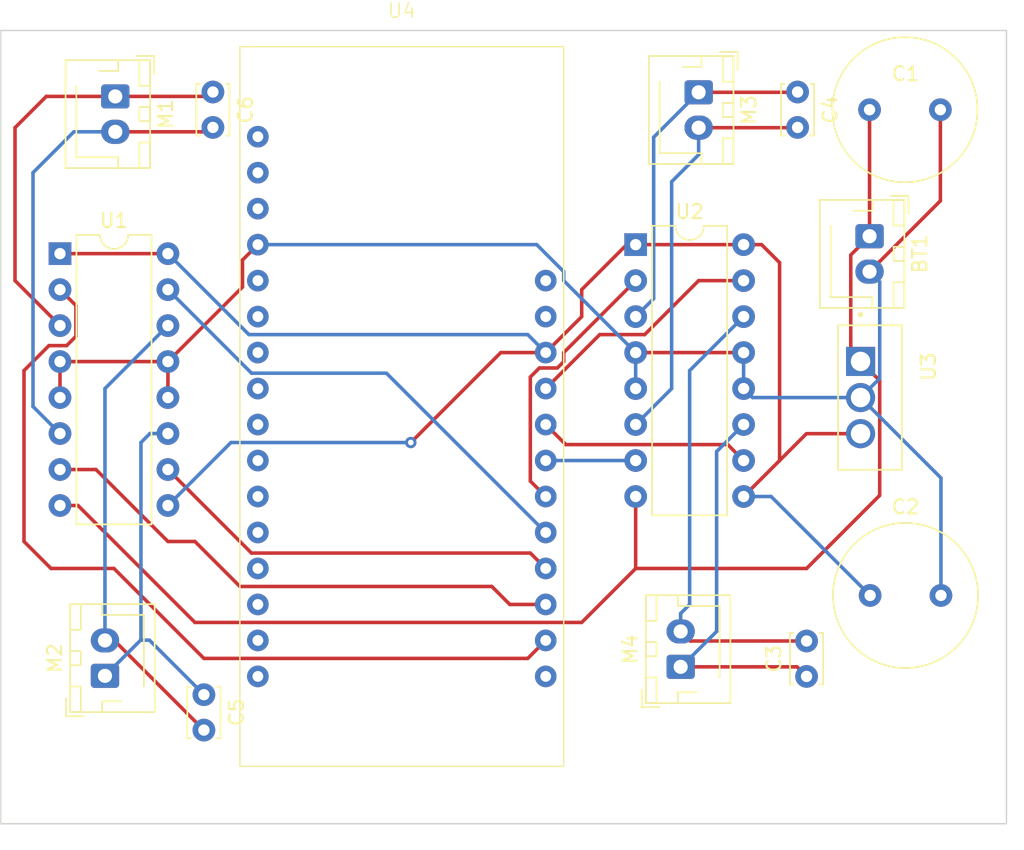
<source format=kicad_pcb>
(kicad_pcb (version 20221018) (generator pcbnew)
  (title_block (title "Robot Nav Cart PCB Design") (date "2024-05-28") (company "UAT.edu") (comment 4 "Matt Prater"))
  (layers (0 "F.Cu" signal) (31 "B.Cu" signal) (34 "B.Paste" user) (35 "F.Paste" user) (36 "B.SilkS" user "B.Silkscreen") (37 "F.SilkS" user "F.Silkscreen") (38 "B.Mask" user) (39 "F.Mask" user) (44 "Edge.Cuts" user))
  (net 0 "")
  (net 1 "Net-(BT1-+)")
  (net 2 "Net-(BT1--)")
  (net 3 "Net-(U1-EN1,2)")
  (net 4 "Net-(M4-+)")
  (net 5 "Net-(M4--)")
  (net 6 "Net-(M3-+)")
  (net 7 "Net-(M3--)")
  (net 8 "Net-(M2-+)")
  (net 9 "Net-(M2--)")
  (net 10 "Net-(M1-+)")
  (net 11 "Net-(M1--)")
  (net 12 "Net-(U1-1A)")
  (net 13 "Net-(U1-2A)")
  (net 14 "Net-(U1-3A)")
  (net 15 "Net-(U1-4A)")
  (net 16 "Net-(U2-1A)")
  (net 17 "Net-(U2-2A)")
  (net 18 "Net-(U2-3A)")
  (net 19 "Net-(U2-4A)")
  (footprint "Capacitor_THT:C_Disc_D3.4mm_W2.1mm_P2.50mm" (layer "F.Cu") (at 93.98 60.345 -90)
    (fp_text reference "C6" (at 1.25 -2.3 90) (layer "F.SilkS"))
    (fp_text value "0.1 uF")
    (fp_line (start -0.57 -1.17) (end -0.57 -0.925) (stroke (width 0.12)) (layer "F.SilkS"))
    (fp_line (start -0.57 -1.17) (end 3.07 -1.17) (stroke (width 0.12)) (layer "F.SilkS"))
    (fp_line (start -0.57 0.925) (end -0.57 1.17) (stroke (width 0.12)) (layer "F.SilkS"))
    (fp_line (start -0.57 1.17) (end 3.07 1.17) (stroke (width 0.12)) (layer "F.SilkS"))
    (fp_line (start 3.07 -1.17) (end 3.07 -0.925) (stroke (width 0.12)) (layer "F.SilkS"))
    (fp_line (start 3.07 0.925) (end 3.07 1.17) (stroke (width 0.12)) (layer "F.SilkS"))
    (pad "1" thru_hole circle (at 0 0 270) (size 1.6 1.6) (drill 0.8) (layers "*.Cu" "*.Mask") (net 10 "Net-(M1-+)"))
    (pad "2" thru_hole circle (at 2.5 0 270) (size 1.6 1.6) (drill 0.8) (layers "*.Cu" "*.Mask") (net 11 "Net-(M1--)"))
  )
  (footprint "Package_DIP:DIP-16_W7.62mm" (layer "F.Cu") (at 83.185 71.755)
    (fp_text reference "U1" (at 3.81 -2.33) (layer "F.SilkS"))
    (fp_text value "L293D Drive motor")
    (fp_line (start 1.16 -1.33) (end 1.16 19.11) (stroke (width 0.12)) (layer "F.SilkS"))
    (fp_line (start 1.16 19.11) (end 6.46 19.11) (stroke (width 0.12)) (layer "F.SilkS"))
    (fp_line (start 2.81 -1.33) (end 1.16 -1.33) (stroke (width 0.12)) (layer "F.SilkS"))
    (fp_line (start 6.46 -1.33) (end 4.81 -1.33) (stroke (width 0.12)) (layer "F.SilkS"))
    (fp_line (start 6.46 19.11) (end 6.46 -1.33) (stroke (width 0.12)) (layer "F.SilkS"))
    (fp_arc (start 4.81 -1.33) (mid 3.81 -0.33) (end 2.81 -1.33) (stroke (width 0.12)) (layer "F.SilkS"))
    (pad "1" thru_hole rect (at 0 0) (size 1.6 1.6) (drill 0.8) (layers "*.Cu" "*.Mask") (net 3 "Net-(U1-EN1,2)"))
    (pad "2" thru_hole oval (at 0 2.54) (size 1.6 1.6) (drill 0.8) (layers "*.Cu" "*.Mask") (net 12 "Net-(U1-1A)"))
    (pad "3" thru_hole oval (at 0 5.08) (size 1.6 1.6) (drill 0.8) (layers "*.Cu" "*.Mask") (net 10 "Net-(M1-+)"))
    (pad "4" thru_hole oval (at 0 7.62) (size 1.6 1.6) (drill 0.8) (layers "*.Cu" "*.Mask") (net 2 "Net-(BT1--)"))
    (pad "5" thru_hole oval (at 0 10.16) (size 1.6 1.6) (drill 0.8) (layers "*.Cu" "*.Mask") (net 2 "Net-(BT1--)"))
    (pad "6" thru_hole oval (at 0 12.7) (size 1.6 1.6) (drill 0.8) (layers "*.Cu" "*.Mask") (net 11 "Net-(M1--)"))
    (pad "7" thru_hole oval (at 0 15.24) (size 1.6 1.6) (drill 0.8) (layers "*.Cu" "*.Mask") (net 13 "Net-(U1-2A)"))
    (pad "8" thru_hole oval (at 0 17.78) (size 1.6 1.6) (drill 0.8) (layers "*.Cu" "*.Mask") (net 1 "Net-(BT1-+)"))
    (pad "9" thru_hole oval (at 7.62 17.78) (size 1.6 1.6) (drill 0.8) (layers "*.Cu" "*.Mask") (net 3 "Net-(U1-EN1,2)"))
    (pad "10" thru_hole oval (at 7.62 15.24) (size 1.6 1.6) (drill 0.8) (layers "*.Cu" "*.Mask") (net 14 "Net-(U1-3A)"))
    (pad "11" thru_hole oval (at 7.62 12.7) (size 1.6 1.6) (drill 0.8) (layers "*.Cu" "*.Mask") (net 8 "Net-(M2-+)"))
    (pad "12" thru_hole oval (at 7.62 10.16) (size 1.6 1.6) (drill 0.8) (layers "*.Cu" "*.Mask") (net 2 "Net-(BT1--)"))
    (pad "13" thru_hole oval (at 7.62 7.62) (size 1.6 1.6) (drill 0.8) (layers "*.Cu" "*.Mask") (net 2 "Net-(BT1--)"))
    (pad "14" thru_hole oval (at 7.62 5.08) (size 1.6 1.6) (drill 0.8) (layers "*.Cu" "*.Mask") (net 9 "Net-(M2--)"))
    (pad "15" thru_hole oval (at 7.62 2.54) (size 1.6 1.6) (drill 0.8) (layers "*.Cu" "*.Mask") (net 15 "Net-(U1-4A)"))
    (pad "16" thru_hole oval (at 7.62 0) (size 1.6 1.6) (drill 0.8) (layers "*.Cu" "*.Mask") (net 3 "Net-(U1-EN1,2)"))
  )
  (footprint "Connector_JST:JST_XH_B2B-XH-AM_1x02_P2.50mm_Vertical" (layer "F.Cu") (at 86.36 101.56 90)
    (fp_text reference "M2" (at 1.25 -3.55 90) (layer "F.SilkS"))
    (fp_text value "right drive")
    (fp_line (start -2.85 -2.75) (end -2.85 -1.5) (stroke (width 0.12)) (layer "F.SilkS"))
    (fp_line (start -2.56 -2.46) (end -2.56 3.51) (stroke (width 0.12)) (layer "F.SilkS"))
    (fp_line (start -2.56 3.51) (end 5.06 3.51) (stroke (width 0.12)) (layer "F.SilkS"))
    (fp_line (start -2.55 -2.45) (end -2.55 -1.7) (stroke (width 0.12)) (layer "F.SilkS"))
    (fp_line (start -2.55 -1.7) (end -0.75 -1.7) (stroke (width 0.12)) (layer "F.SilkS"))
    (fp_line (start -2.55 -0.2) (end -1.8 -0.2) (stroke (width 0.12)) (layer "F.SilkS"))
    (fp_line (start -1.8 -0.2) (end -1.8 1.14) (stroke (width 0.12)) (layer "F.SilkS"))
    (fp_line (start -1.6 -2.75) (end -2.85 -2.75) (stroke (width 0.12)) (layer "F.SilkS"))
    (fp_line (start -0.75 -2.45) (end -2.55 -2.45) (stroke (width 0.12)) (layer "F.SilkS"))
    (fp_line (start -0.75 -1.7) (end -0.75 -2.45) (stroke (width 0.12)) (layer "F.SilkS"))
    (fp_line (start 0.75 -2.45) (end 0.75 -1.7) (stroke (width 0.12)) (layer "F.SilkS"))
    (fp_line (start 0.75 -1.7) (end 1.75 -1.7) (stroke (width 0.12)) (layer "F.SilkS"))
    (fp_line (start 1.25 2.75) (end -0.74 2.75) (stroke (width 0.12)) (layer "F.SilkS"))
    (fp_line (start 1.75 -2.45) (end 0.75 -2.45) (stroke (width 0.12)) (layer "F.SilkS"))
    (fp_line (start 1.75 -1.7) (end 1.75 -2.45) (stroke (width 0.12)) (layer "F.SilkS"))
    (fp_line (start 3.25 -2.45) (end 3.25 -1.7) (stroke (width 0.12)) (layer "F.SilkS"))
    (fp_line (start 3.25 -1.7) (end 5.05 -1.7) (stroke (width 0.12)) (layer "F.SilkS"))
    (fp_line (start 4.3 -0.2) (end 4.3 2.75) (stroke (width 0.12)) (layer "F.SilkS"))
    (fp_line (start 4.3 2.75) (end 1.25 2.75) (stroke (width 0.12)) (layer "F.SilkS"))
    (fp_line (start 5.05 -2.45) (end 3.25 -2.45) (stroke (width 0.12)) (layer "F.SilkS"))
    (fp_line (start 5.05 -1.7) (end 5.05 -2.45) (stroke (width 0.12)) (layer "F.SilkS"))
    (fp_line (start 5.05 -0.2) (end 4.3 -0.2) (stroke (width 0.12)) (layer "F.SilkS"))
    (fp_line (start 5.06 -2.46) (end -2.56 -2.46) (stroke (width 0.12)) (layer "F.SilkS"))
    (fp_line (start 5.06 3.51) (end 5.06 -2.46) (stroke (width 0.12)) (layer "F.SilkS"))
    (pad "" np_thru_hole circle (at -1.6 2 90) (size 1.2 1.2) (drill 1.2) (layers "*.Cu" "*.Mask"))
    (pad "1" thru_hole roundrect (at 0 0 90) (size 1.7 2) (drill 1) (layers "*.Cu" "*.Mask") (roundrect_rratio 0.147059) (net 8 "Net-(M2-+)"))
    (pad "2" thru_hole oval (at 2.5 0 90) (size 1.7 2) (drill 1) (layers "*.Cu" "*.Mask") (net 9 "Net-(M2--)"))
  )
  (footprint "Connector_JST:JST_XH_B2B-XH-AM_1x02_P2.50mm_Vertical" (layer "F.Cu") (at 140.335 70.525 -90)
    (fp_text reference "BT1" (at 1.25 -3.55 -270) (layer "F.SilkS"))
    (fp_text value "9V 6-cell battery")
    (fp_line (start -2.85 -2.75) (end -2.85 -1.5) (stroke (width 0.12)) (layer "F.SilkS"))
    (fp_line (start -2.56 -2.46) (end -2.56 3.51) (stroke (width 0.12)) (layer "F.SilkS"))
    (fp_line (start -2.56 3.51) (end 5.06 3.51) (stroke (width 0.12)) (layer "F.SilkS"))
    (fp_line (start -2.55 -2.45) (end -2.55 -1.7) (stroke (width 0.12)) (layer "F.SilkS"))
    (fp_line (start -2.55 -1.7) (end -0.75 -1.7) (stroke (width 0.12)) (layer "F.SilkS"))
    (fp_line (start -2.55 -0.2) (end -1.8 -0.2) (stroke (width 0.12)) (layer "F.SilkS"))
    (fp_line (start -1.8 -0.2) (end -1.8 1.14) (stroke (width 0.12)) (layer "F.SilkS"))
    (fp_line (start -1.6 -2.75) (end -2.85 -2.75) (stroke (width 0.12)) (layer "F.SilkS"))
    (fp_line (start -0.75 -2.45) (end -2.55 -2.45) (stroke (width 0.12)) (layer "F.SilkS"))
    (fp_line (start -0.75 -1.7) (end -0.75 -2.45) (stroke (width 0.12)) (layer "F.SilkS"))
    (fp_line (start 0.75 -2.45) (end 0.75 -1.7) (stroke (width 0.12)) (layer "F.SilkS"))
    (fp_line (start 0.75 -1.7) (end 1.75 -1.7) (stroke (width 0.12)) (layer "F.SilkS"))
    (fp_line (start 1.25 2.75) (end -0.74 2.75) (stroke (width 0.12)) (layer "F.SilkS"))
    (fp_line (start 1.75 -2.45) (end 0.75 -2.45) (stroke (width 0.12)) (layer "F.SilkS"))
    (fp_line (start 1.75 -1.7) (end 1.75 -2.45) (stroke (width 0.12)) (layer "F.SilkS"))
    (fp_line (start 3.25 -2.45) (end 3.25 -1.7) (stroke (width 0.12)) (layer "F.SilkS"))
    (fp_line (start 3.25 -1.7) (end 5.05 -1.7) (stroke (width 0.12)) (layer "F.SilkS"))
    (fp_line (start 4.3 -0.2) (end 4.3 2.75) (stroke (width 0.12)) (layer "F.SilkS"))
    (fp_line (start 4.3 2.75) (end 1.25 2.75) (stroke (width 0.12)) (layer "F.SilkS"))
    (fp_line (start 5.05 -2.45) (end 3.25 -2.45) (stroke (width 0.12)) (layer "F.SilkS"))
    (fp_line (start 5.05 -1.7) (end 5.05 -2.45) (stroke (width 0.12)) (layer "F.SilkS"))
    (fp_line (start 5.05 -0.2) (end 4.3 -0.2) (stroke (width 0.12)) (layer "F.SilkS"))
    (fp_line (start 5.06 -2.46) (end -2.56 -2.46) (stroke (width 0.12)) (layer "F.SilkS"))
    (fp_line (start 5.06 3.51) (end 5.06 -2.46) (stroke (width 0.12)) (layer "F.SilkS"))
    (pad "" np_thru_hole circle (at -1.6 2 270) (size 1.2 1.2) (drill 1.2) (layers "*.Cu" "*.Mask"))
    (pad "1" thru_hole roundrect (at 0 0 270) (size 1.7 2) (drill 1) (layers "*.Cu" "*.Mask") (roundrect_rratio 0.147059) (net 1 "Net-(BT1-+)"))
    (pad "2" thru_hole oval (at 2.5 0 270) (size 1.7 2) (drill 1) (layers "*.Cu" "*.Mask") (net 2 "Net-(BT1--)"))
  )
  (footprint "Connector_JST:JST_XH_B2B-XH-AM_1x02_P2.50mm_Vertical" (layer "F.Cu") (at 87.09 60.655 -90)
    (fp_text reference "M1" (at 1.25 -3.55 90) (layer "F.SilkS"))
    (fp_text value "left drive")
    (fp_line (start -2.85 -2.75) (end -2.85 -1.5) (stroke (width 0.12)) (layer "F.SilkS"))
    (fp_line (start -2.56 -2.46) (end -2.56 3.51) (stroke (width 0.12)) (layer "F.SilkS"))
    (fp_line (start -2.56 3.51) (end 5.06 3.51) (stroke (width 0.12)) (layer "F.SilkS"))
    (fp_line (start -2.55 -2.45) (end -2.55 -1.7) (stroke (width 0.12)) (layer "F.SilkS"))
    (fp_line (start -2.55 -1.7) (end -0.75 -1.7) (stroke (width 0.12)) (layer "F.SilkS"))
    (fp_line (start -2.55 -0.2) (end -1.8 -0.2) (stroke (width 0.12)) (layer "F.SilkS"))
    (fp_line (start -1.8 -0.2) (end -1.8 1.14) (stroke (width 0.12)) (layer "F.SilkS"))
    (fp_line (start -1.6 -2.75) (end -2.85 -2.75) (stroke (width 0.12)) (layer "F.SilkS"))
    (fp_line (start -0.75 -2.45) (end -2.55 -2.45) (stroke (width 0.12)) (layer "F.SilkS"))
    (fp_line (start -0.75 -1.7) (end -0.75 -2.45) (stroke (width 0.12)) (layer "F.SilkS"))
    (fp_line (start 0.75 -2.45) (end 0.75 -1.7) (stroke (width 0.12)) (layer "F.SilkS"))
    (fp_line (start 0.75 -1.7) (end 1.75 -1.7) (stroke (width 0.12)) (layer "F.SilkS"))
    (fp_line (start 1.25 2.75) (end -0.74 2.75) (stroke (width 0.12)) (layer "F.SilkS"))
    (fp_line (start 1.75 -2.45) (end 0.75 -2.45) (stroke (width 0.12)) (layer "F.SilkS"))
    (fp_line (start 1.75 -1.7) (end 1.75 -2.45) (stroke (width 0.12)) (layer "F.SilkS"))
    (fp_line (start 3.25 -2.45) (end 3.25 -1.7) (stroke (width 0.12)) (layer "F.SilkS"))
    (fp_line (start 3.25 -1.7) (end 5.05 -1.7) (stroke (width 0.12)) (layer "F.SilkS"))
    (fp_line (start 4.3 -0.2) (end 4.3 2.75) (stroke (width 0.12)) (layer "F.SilkS"))
    (fp_line (start 4.3 2.75) (end 1.25 2.75) (stroke (width 0.12)) (layer "F.SilkS"))
    (fp_line (start 5.05 -2.45) (end 3.25 -2.45) (stroke (width 0.12)) (layer "F.SilkS"))
    (fp_line (start 5.05 -1.7) (end 5.05 -2.45) (stroke (width 0.12)) (layer "F.SilkS"))
    (fp_line (start 5.05 -0.2) (end 4.3 -0.2) (stroke (width 0.12)) (layer "F.SilkS"))
    (fp_line (start 5.06 -2.46) (end -2.56 -2.46) (stroke (width 0.12)) (layer "F.SilkS"))
    (fp_line (start 5.06 3.51) (end 5.06 -2.46) (stroke (width 0.12)) (layer "F.SilkS"))
    (pad "" np_thru_hole circle (at -1.6 2 270) (size 1.2 1.2) (drill 1.2) (layers "*.Cu" "*.Mask"))
    (pad "1" thru_hole roundrect (at 0 0 270) (size 1.7 2) (drill 1) (layers "*.Cu" "*.Mask") (roundrect_rratio 0.147059) (net 10 "Net-(M1-+)"))
    (pad "2" thru_hole oval (at 2.5 0 270) (size 1.7 2) (drill 1) (layers "*.Cu" "*.Mask") (net 11 "Net-(M1--)"))
  )
  (footprint "particle:Argon" (layer "F.Cu") (at 107.315 82.55)
    (fp_text reference "U4" (at 0 -27.94 unlocked) (layer "F.SilkS") (effects (font (thickness 0.1))))
    (fp_text value "~")
    (fp_line (start -11.43 -25.4) (end -11.43 25.4) (stroke (width 0.1)) (layer "F.SilkS"))
    (fp_line (start -11.43 25.4) (end 11.43 25.4) (stroke (width 0.1)) (layer "F.SilkS"))
    (fp_line (start 11.43 -25.4) (end -11.43 -25.4) (stroke (width 0.1)) (layer "F.SilkS"))
    (fp_line (start 11.43 25.4) (end 11.43 -25.4) (stroke (width 0.1)) (layer "F.SilkS"))
    (pad "1" thru_hole circle (at -10.16 -19.05) (size 1.524 1.524) (drill 0.762) (layers "*.Cu" "*.Mask"))
    (pad "2" thru_hole circle (at -10.16 -16.51) (size 1.524 1.524) (drill 0.762) (layers "*.Cu" "*.Mask"))
    (pad "3" thru_hole circle (at -10.16 -13.97) (size 1.524 1.524) (drill 0.762) (layers "*.Cu" "*.Mask"))
    (pad "4" thru_hole circle (at -10.16 -11.43) (size 1.524 1.524) (drill 0.762) (layers "*.Cu" "*.Mask") (net 2 "Net-(BT1--)"))
    (pad "5" thru_hole circle (at -10.16 -8.89) (size 1.524 1.524) (drill 0.762) (layers "*.Cu" "*.Mask"))
    (pad "6" thru_hole circle (at -10.16 -6.35) (size 1.524 1.524) (drill 0.762) (layers "*.Cu" "*.Mask"))
    (pad "7" thru_hole circle (at -10.16 -3.81) (size 1.524 1.524) (drill 0.762) (layers "*.Cu" "*.Mask"))
    (pad "8" thru_hole circle (at -10.16 -1.27) (size 1.524 1.524) (drill 0.762) (layers "*.Cu" "*.Mask"))
    (pad "9" thru_hole circle (at -10.16 1.27) (size 1.524 1.524) (drill 0.762) (layers "*.Cu" "*.Mask"))
    (pad "10" thru_hole circle (at -10.16 3.81) (size 1.524 1.524) (drill 0.762) (layers "*.Cu" "*.Mask"))
    (pad "11" thru_hole circle (at -10.16 6.35) (size 1.524 1.524) (drill 0.762) (layers "*.Cu" "*.Mask"))
    (pad "12" thru_hole circle (at -10.16 8.89) (size 1.524 1.524) (drill 0.762) (layers "*.Cu" "*.Mask"))
    (pad "13" thru_hole circle (at -10.16 11.43) (size 1.524 1.524) (drill 0.762) (layers "*.Cu" "*.Mask"))
    (pad "14" thru_hole circle (at -10.16 13.97) (size 1.524 1.524) (drill 0.762) (layers "*.Cu" "*.Mask"))
    (pad "15" thru_hole circle (at -10.16 16.51) (size 1.524 1.524) (drill 0.762) (layers "*.Cu" "*.Mask"))
    (pad "16" thru_hole circle (at -10.16 19.05) (size 1.524 1.524) (drill 0.762) (layers "*.Cu" "*.Mask"))
    (pad "17" thru_hole circle (at 10.16 19.05) (size 1.524 1.524) (drill 0.762) (layers "*.Cu" "*.Mask"))
    (pad "18" thru_hole circle (at 10.16 16.51) (size 1.524 1.524) (drill 0.762) (layers "*.Cu" "*.Mask") (net 12 "Net-(U1-1A)"))
    (pad "19" thru_hole circle (at 10.16 13.97) (size 1.524 1.524) (drill 0.762) (layers "*.Cu" "*.Mask") (net 13 "Net-(U1-2A)"))
    (pad "20" thru_hole circle (at 10.16 11.43) (size 1.524 1.524) (drill 0.762) (layers "*.Cu" "*.Mask") (net 14 "Net-(U1-3A)"))
    (pad "21" thru_hole circle (at 10.16 8.89) (size 1.524 1.524) (drill 0.762) (layers "*.Cu" "*.Mask") (net 15 "Net-(U1-4A)"))
    (pad "22" thru_hole circle (at 10.16 6.35) (size 1.524 1.524) (drill 0.762) (layers "*.Cu" "*.Mask") (net 16 "Net-(U2-1A)"))
    (pad "23" thru_hole circle (at 10.16 3.81) (size 1.524 1.524) (drill 0.762) (layers "*.Cu" "*.Mask") (net 17 "Net-(U2-2A)"))
    (pad "24" thru_hole circle (at 10.16 1.27) (size 1.524 1.524) (drill 0.762) (layers "*.Cu" "*.Mask") (net 18 "Net-(U2-3A)"))
    (pad "25" thru_hole circle (at 10.16 -1.27) (size 1.524 1.524) (drill 0.762) (layers "*.Cu" "*.Mask") (net 19 "Net-(U2-4A)"))
    (pad "26" thru_hole circle (at 10.16 -3.81) (size 1.524 1.524) (drill 0.762) (layers "*.Cu" "*.Mask") (net 3 "Net-(U1-EN1,2)"))
    (pad "27" thru_hole circle (at 10.16 -6.35) (size 1.524 1.524) (drill 0.762) (layers "*.Cu" "*.Mask"))
    (pad "28" thru_hole circle (at 10.16 -8.89) (size 1.524 1.524) (drill 0.762) (layers "*.Cu" "*.Mask"))
  )
  (footprint "Capacitor_THT:C_Radial_D10.0mm_H12.5mm_P5.00mm" (layer "F.Cu") (at 140.375 95.885)
    (fp_text reference "C2" (at 2.5 -6.25) (layer "F.SilkS"))
    (fp_text value "C_Polarized_Small_US")
    (fp_circle (center 2.5 0) (end 7.62 0) (stroke (width 0.12)) (fill none) (layer "F.SilkS"))
    (pad "1" thru_hole circle (at 0 0) (size 1.6 1.6) (drill 0.8) (layers "*.Cu" "*.Mask") (net 3 "Net-(U1-EN1,2)"))
    (pad "2" thru_hole circle (at 5 0) (size 1.6 1.6) (drill 0.8) (layers "*.Cu" "*.Mask") (net 2 "Net-(BT1--)"))
  )
  (footprint "Connector_JST:JST_XH_B2B-XH-AM_1x02_P2.50mm_Vertical" (layer "F.Cu") (at 128.27 60.365 -90)
    (fp_text reference "M3" (at 1.25 -3.55 90) (layer "F.SilkS"))
    (fp_text value "aux 1")
    (fp_line (start -2.85 -2.75) (end -2.85 -1.5) (stroke (width 0.12)) (layer "F.SilkS"))
    (fp_line (start -2.56 -2.46) (end -2.56 3.51) (stroke (width 0.12)) (layer "F.SilkS"))
    (fp_line (start -2.56 3.51) (end 5.06 3.51) (stroke (width 0.12)) (layer "F.SilkS"))
    (fp_line (start -2.55 -2.45) (end -2.55 -1.7) (stroke (width 0.12)) (layer "F.SilkS"))
    (fp_line (start -2.55 -1.7) (end -0.75 -1.7) (stroke (width 0.12)) (layer "F.SilkS"))
    (fp_line (start -2.55 -0.2) (end -1.8 -0.2) (stroke (width 0.12)) (layer "F.SilkS"))
    (fp_line (start -1.8 -0.2) (end -1.8 1.14) (stroke (width 0.12)) (layer "F.SilkS"))
    (fp_line (start -1.6 -2.75) (end -2.85 -2.75) (stroke (width 0.12)) (layer "F.SilkS"))
    (fp_line (start -0.75 -2.45) (end -2.55 -2.45) (stroke (width 0.12)) (layer "F.SilkS"))
    (fp_line (start -0.75 -1.7) (end -0.75 -2.45) (stroke (width 0.12)) (layer "F.SilkS"))
    (fp_line (start 0.75 -2.45) (end 0.75 -1.7) (stroke (width 0.12)) (layer "F.SilkS"))
    (fp_line (start 0.75 -1.7) (end 1.75 -1.7) (stroke (width 0.12)) (layer "F.SilkS"))
    (fp_line (start 1.25 2.75) (end -0.74 2.75) (stroke (width 0.12)) (layer "F.SilkS"))
    (fp_line (start 1.75 -2.45) (end 0.75 -2.45) (stroke (width 0.12)) (layer "F.SilkS"))
    (fp_line (start 1.75 -1.7) (end 1.75 -2.45) (stroke (width 0.12)) (layer "F.SilkS"))
    (fp_line (start 3.25 -2.45) (end 3.25 -1.7) (stroke (width 0.12)) (layer "F.SilkS"))
    (fp_line (start 3.25 -1.7) (end 5.05 -1.7) (stroke (width 0.12)) (layer "F.SilkS"))
    (fp_line (start 4.3 -0.2) (end 4.3 2.75) (stroke (width 0.12)) (layer "F.SilkS"))
    (fp_line (start 4.3 2.75) (end 1.25 2.75) (stroke (width 0.12)) (layer "F.SilkS"))
    (fp_line (start 5.05 -2.45) (end 3.25 -2.45) (stroke (width 0.12)) (layer "F.SilkS"))
    (fp_line (start 5.05 -1.7) (end 5.05 -2.45) (stroke (width 0.12)) (layer "F.SilkS"))
    (fp_line (start 5.05 -0.2) (end 4.3 -0.2) (stroke (width 0.12)) (layer "F.SilkS"))
    (fp_line (start 5.06 -2.46) (end -2.56 -2.46) (stroke (width 0.12)) (layer "F.SilkS"))
    (fp_line (start 5.06 3.51) (end 5.06 -2.46) (stroke (width 0.12)) (layer "F.SilkS"))
    (pad "" np_thru_hole circle (at -1.6 2 270) (size 1.2 1.2) (drill 1.2) (layers "*.Cu" "*.Mask"))
    (pad "1" thru_hole roundrect (at 0 0 270) (size 1.7 2) (drill 1) (layers "*.Cu" "*.Mask") (roundrect_rratio 0.147059) (net 6 "Net-(M3-+)"))
    (pad "2" thru_hole oval (at 2.5 0 270) (size 1.7 2) (drill 1) (layers "*.Cu" "*.Mask") (net 7 "Net-(M3--)"))
  )
  (footprint "Package_DIP:DIP-16_W7.62mm" (layer "F.Cu") (at 123.825 71.12)
    (fp_text reference "U2" (at 3.81 -2.33) (layer "F.SilkS"))
    (fp_text value "L293D aux motor")
    (fp_line (start 1.16 -1.33) (end 1.16 19.11) (stroke (width 0.12)) (layer "F.SilkS"))
    (fp_line (start 1.16 19.11) (end 6.46 19.11) (stroke (width 0.12)) (layer "F.SilkS"))
    (fp_line (start 2.81 -1.33) (end 1.16 -1.33) (stroke (width 0.12)) (layer "F.SilkS"))
    (fp_line (start 6.46 -1.33) (end 4.81 -1.33) (stroke (width 0.12)) (layer "F.SilkS"))
    (fp_line (start 6.46 19.11) (end 6.46 -1.33) (stroke (width 0.12)) (layer "F.SilkS"))
    (fp_arc (start 4.81 -1.33) (mid 3.81 -0.33) (end 2.81 -1.33) (stroke (width 0.12)) (layer "F.SilkS"))
    (pad "1" thru_hole rect (at 0 0) (size 1.6 1.6) (drill 0.8) (layers "*.Cu" "*.Mask") (net 3 "Net-(U1-EN1,2)"))
    (pad "2" thru_hole oval (at 0 2.54) (size 1.6 1.6) (drill 0.8) (layers "*.Cu" "*.Mask") (net 16 "Net-(U2-1A)"))
    (pad "3" thru_hole oval (at 0 5.08) (size 1.6 1.6) (drill 0.8) (layers "*.Cu" "*.Mask") (net 6 "Net-(M3-+)"))
    (pad "4" thru_hole oval (at 0 7.62) (size 1.6 1.6) (drill 0.8) (layers "*.Cu" "*.Mask") (net 2 "Net-(BT1--)"))
    (pad "5" thru_hole oval (at 0 10.16) (size 1.6 1.6) (drill 0.8) (layers "*.Cu" "*.Mask") (net 2 "Net-(BT1--)"))
    (pad "6" thru_hole oval (at 0 12.7) (size 1.6 1.6) (drill 0.8) (layers "*.Cu" "*.Mask") (net 7 "Net-(M3--)"))
    (pad "7" thru_hole oval (at 0 15.24) (size 1.6 1.6) (drill 0.8) (layers "*.Cu" "*.Mask") (net 17 "Net-(U2-2A)"))
    (pad "8" thru_hole oval (at 0 17.78) (size 1.6 1.6) (drill 0.8) (layers "*.Cu" "*.Mask") (net 1 "Net-(BT1-+)"))
    (pad "9" thru_hole oval (at 7.62 17.78) (size 1.6 1.6) (drill 0.8) (layers "*.Cu" "*.Mask") (net 3 "Net-(U1-EN1,2)"))
    (pad "10" thru_hole oval (at 7.62 15.24) (size 1.6 1.6) (drill 0.8) (layers "*.Cu" "*.Mask") (net 18 "Net-(U2-3A)"))
    (pad "11" thru_hole oval (at 7.62 12.7) (size 1.6 1.6) (drill 0.8) (layers "*.Cu" "*.Mask") (net 4 "Net-(M4-+)"))
    (pad "12" thru_hole oval (at 7.62 10.16) (size 1.6 1.6) (drill 0.8) (layers "*.Cu" "*.Mask") (net 2 "Net-(BT1--)"))
    (pad "13" thru_hole oval (at 7.62 7.62) (size 1.6 1.6) (drill 0.8) (layers "*.Cu" "*.Mask") (net 2 "Net-(BT1--)"))
    (pad "14" thru_hole oval (at 7.62 5.08) (size 1.6 1.6) (drill 0.8) (layers "*.Cu" "*.Mask") (net 5 "Net-(M4--)"))
    (pad "15" thru_hole oval (at 7.62 2.54) (size 1.6 1.6) (drill 0.8) (layers "*.Cu" "*.Mask") (net 19 "Net-(U2-4A)"))
    (pad "16" thru_hole oval (at 7.62 0) (size 1.6 1.6) (drill 0.8) (layers "*.Cu" "*.Mask") (net 3 "Net-(U1-EN1,2)"))
  )
  (footprint "Capacitor_THT:C_Disc_D3.4mm_W2.1mm_P2.50mm" (layer "F.Cu") (at 135.89 101.6 90)
    (fp_text reference "C3" (at 1.25 -2.3 90) (layer "F.SilkS"))
    (fp_text value "0.1 uF")
    (fp_line (start -0.57 -1.17) (end -0.57 -0.925) (stroke (width 0.12)) (layer "F.SilkS"))
    (fp_line (start -0.57 -1.17) (end 3.07 -1.17) (stroke (width 0.12)) (layer "F.SilkS"))
    (fp_line (start -0.57 0.925) (end -0.57 1.17) (stroke (width 0.12)) (layer "F.SilkS"))
    (fp_line (start -0.57 1.17) (end 3.07 1.17) (stroke (width 0.12)) (layer "F.SilkS"))
    (fp_line (start 3.07 -1.17) (end 3.07 -0.925) (stroke (width 0.12)) (layer "F.SilkS"))
    (fp_line (start 3.07 0.925) (end 3.07 1.17) (stroke (width 0.12)) (layer "F.SilkS"))
    (pad "1" thru_hole circle (at 0 0 90) (size 1.6 1.6) (drill 0.8) (layers "*.Cu" "*.Mask") (net 4 "Net-(M4-+)"))
    (pad "2" thru_hole circle (at 2.5 0 90) (size 1.6 1.6) (drill 0.8) (layers "*.Cu" "*.Mask") (net 5 "Net-(M4--)"))
  )
  (footprint "L7805:TO255P1020X450X2000-3" (layer "F.Cu") (at 140.3625 81.915 -90)
    (fp_text reference "U3" (at -2.175 -4.135 90) (layer "F.SilkS"))
    (fp_text value "L7805")
    (fp_line (start -5.1 -2.25) (end 5.1 -2.25) (stroke (width 0.127)) (layer "F.SilkS"))
    (fp_line (start -5.1 2.25) (end -5.1 -2.25) (stroke (width 0.127)) (layer "F.SilkS"))
    (fp_line (start 5.1 -2.25) (end 5.1 2.25) (stroke (width 0.127)) (layer "F.SilkS"))
    (fp_line (start 5.1 2.25) (end -5.1 2.25) (stroke (width 0.127)) (layer "F.SilkS"))
    (fp_circle (center -5.85 0.6625) (end -5.75 0.6625) (stroke (width 0.2)) (fill none) (layer "F.SilkS"))
    (pad "1" thru_hole rect (at -2.55 0.6625 270) (size 2.055 2.055) (drill 1.37) (layers "*.Cu" "*.Mask") (net 1 "Net-(BT1-+)"))
    (pad "2" thru_hole circle (at 0 0.6625 270) (size 2.055 2.055) (drill 1.37) (layers "*.Cu" "*.Mask") (net 2 "Net-(BT1--)"))
    (pad "3" thru_hole circle (at 2.55 0.6625 270) (size 2.055 2.055) (drill 1.37) (layers "*.Cu" "*.Mask") (net 3 "Net-(U1-EN1,2)"))
  )
  (footprint "Capacitor_THT:C_Disc_D3.4mm_W2.1mm_P2.50mm" (layer "F.Cu") (at 135.255 60.345 -90)
    (fp_text reference "C4" (at 1.25 -2.3 90) (layer "F.SilkS"))
    (fp_text value "0.1 uF")
    (fp_line (start -0.57 -1.17) (end -0.57 -0.925) (stroke (width 0.12)) (layer "F.SilkS"))
    (fp_line (start -0.57 -1.17) (end 3.07 -1.17) (stroke (width 0.12)) (layer "F.SilkS"))
    (fp_line (start -0.57 0.925) (end -0.57 1.17) (stroke (width 0.12)) (layer "F.SilkS"))
    (fp_line (start -0.57 1.17) (end 3.07 1.17) (stroke (width 0.12)) (layer "F.SilkS"))
    (fp_line (start 3.07 -1.17) (end 3.07 -0.925) (stroke (width 0.12)) (layer "F.SilkS"))
    (fp_line (start 3.07 0.925) (end 3.07 1.17) (stroke (width 0.12)) (layer "F.SilkS"))
    (pad "1" thru_hole circle (at 0 0 270) (size 1.6 1.6) (drill 0.8) (layers "*.Cu" "*.Mask") (net 6 "Net-(M3-+)"))
    (pad "2" thru_hole circle (at 2.5 0 270) (size 1.6 1.6) (drill 0.8) (layers "*.Cu" "*.Mask") (net 7 "Net-(M3--)"))
  )
  (footprint "Capacitor_THT:C_Disc_D3.4mm_W2.1mm_P2.50mm" (layer "F.Cu") (at 93.345 102.89 -90)
    (fp_text reference "C5" (at 1.25 -2.3 90) (layer "F.SilkS"))
    (fp_text value "0.1 uF")
    (fp_line (start -0.57 -1.17) (end -0.57 -0.925) (stroke (width 0.12)) (layer "F.SilkS"))
    (fp_line (start -0.57 -1.17) (end 3.07 -1.17) (stroke (width 0.12)) (layer "F.SilkS"))
    (fp_line (start -0.57 0.925) (end -0.57 1.17) (stroke (width 0.12)) (layer "F.SilkS"))
    (fp_line (start -0.57 1.17) (end 3.07 1.17) (stroke (width 0.12)) (layer "F.SilkS"))
    (fp_line (start 3.07 -1.17) (end 3.07 -0.925) (stroke (width 0.12)) (layer "F.SilkS"))
    (fp_line (start 3.07 0.925) (end 3.07 1.17) (stroke (width 0.12)) (layer "F.SilkS"))
    (pad "1" thru_hole circle (at 0 0 270) (size 1.6 1.6) (drill 0.8) (layers "*.Cu" "*.Mask") (net 8 "Net-(M2-+)"))
    (pad "2" thru_hole circle (at 2.5 0 270) (size 1.6 1.6) (drill 0.8) (layers "*.Cu" "*.Mask") (net 9 "Net-(M2--)"))
  )
  (footprint "Capacitor_THT:C_Radial_D10.0mm_H12.5mm_P5.00mm" (layer "F.Cu") (at 140.335 61.595)
    (fp_text reference "C1" (at 2.54 -2.54) (layer "F.SilkS"))
    (fp_text value "100 uF")
    (fp_circle (center 2.5 0) (end 7.62 0) (stroke (width 0.12)) (fill none) (layer "F.SilkS"))
    (pad "1" thru_hole circle (at 0 0) (size 1.6 1.6) (drill 0.8) (layers "*.Cu" "*.Mask") (net 1 "Net-(BT1-+)"))
    (pad "2" thru_hole circle (at 5 0) (size 1.6 1.6) (drill 0.8) (layers "*.Cu" "*.Mask") (net 2 "Net-(BT1--)"))
  )
  (footprint "Connector_JST:JST_XH_B2B-XH-AM_1x02_P2.50mm_Vertical" (layer "F.Cu") (at 127 100.925 90)
    (fp_text reference "M4" (at 1.25 -3.55 90) (layer "F.SilkS"))
    (fp_text value "aux 2")
    (fp_line (start -2.85 -2.75) (end -2.85 -1.5) (stroke (width 0.12)) (layer "F.SilkS"))
    (fp_line (start -2.56 -2.46) (end -2.56 3.51) (stroke (width 0.12)) (layer "F.SilkS"))
    (fp_line (start -2.56 3.51) (end 5.06 3.51) (stroke (width 0.12)) (layer "F.SilkS"))
    (fp_line (start -2.55 -2.45) (end -2.55 -1.7) (stroke (width 0.12)) (layer "F.SilkS"))
    (fp_line (start -2.55 -1.7) (end -0.75 -1.7) (stroke (width 0.12)) (layer "F.SilkS"))
    (fp_line (start -2.55 -0.2) (end -1.8 -0.2) (stroke (width 0.12)) (layer "F.SilkS"))
    (fp_line (start -1.8 -0.2) (end -1.8 1.14) (stroke (width 0.12)) (layer "F.SilkS"))
    (fp_line (start -1.6 -2.75) (end -2.85 -2.75) (stroke (width 0.12)) (layer "F.SilkS"))
    (fp_line (start -0.75 -2.45) (end -2.55 -2.45) (stroke (width 0.12)) (layer "F.SilkS"))
    (fp_line (start -0.75 -1.7) (end -0.75 -2.45) (stroke (width 0.12)) (layer "F.SilkS"))
    (fp_line (start 0.75 -2.45) (end 0.75 -1.7) (stroke (width 0.12)) (layer "F.SilkS"))
    (fp_line (start 0.75 -1.7) (end 1.75 -1.7) (stroke (width 0.12)) (layer "F.SilkS"))
    (fp_line (start 1.25 2.75) (end -0.74 2.75) (stroke (width 0.12)) (layer "F.SilkS"))
    (fp_line (start 1.75 -2.45) (end 0.75 -2.45) (stroke (width 0.12)) (layer "F.SilkS"))
    (fp_line (start 1.75 -1.7) (end 1.75 -2.45) (stroke (width 0.12)) (layer "F.SilkS"))
    (fp_line (start 3.25 -2.45) (end 3.25 -1.7) (stroke (width 0.12)) (layer "F.SilkS"))
    (fp_line (start 3.25 -1.7) (end 5.05 -1.7) (stroke (width 0.12)) (layer "F.SilkS"))
    (fp_line (start 4.3 -0.2) (end 4.3 2.75) (stroke (width 0.12)) (layer "F.SilkS"))
    (fp_line (start 4.3 2.75) (end 1.25 2.75) (stroke (width 0.12)) (layer "F.SilkS"))
    (fp_line (start 5.05 -2.45) (end 3.25 -2.45) (stroke (width 0.12)) (layer "F.SilkS"))
    (fp_line (start 5.05 -1.7) (end 5.05 -2.45) (stroke (width 0.12)) (layer "F.SilkS"))
    (fp_line (start 5.05 -0.2) (end 4.3 -0.2) (stroke (width 0.12)) (layer "F.SilkS"))
    (fp_line (start 5.06 -2.46) (end -2.56 -2.46) (stroke (width 0.12)) (layer "F.SilkS"))
    (fp_line (start 5.06 3.51) (end 5.06 -2.46) (stroke (width 0.12)) (layer "F.SilkS"))
    (pad "" np_thru_hole circle (at -1.6 2 90) (size 1.2 1.2) (drill 1.2) (layers "*.Cu" "*.Mask"))
    (pad "1" thru_hole roundrect (at 0 0 90) (size 1.7 2) (drill 1) (layers "*.Cu" "*.Mask") (roundrect_rratio 0.147059) (net 4 "Net-(M4-+)"))
    (pad "2" thru_hole oval (at 2.5 0 90) (size 1.7 2) (drill 1) (layers "*.Cu" "*.Mask") (net 5 "Net-(M4--)"))
  )
  (gr_line (start 79 112) (end 79 56) (stroke (width 0.1)) (layer "Edge.Cuts"))
  (gr_line (start 150 56) (end 150 112) (stroke (width 0.1)) (layer "Edge.Cuts"))
  (gr_line (start 79 56) (end 150 56) (stroke (width 0.1)) (layer "Edge.Cuts"))
  (gr_line (start 150 112) (end 79 112) (stroke (width 0.1)) (layer "Edge.Cuts"))
  (segment (start 84.455 89.535) (end 92.71 97.79) (width 0.25) (layer "F.Cu") (net 1))
  (segment (start 139.7 79.365) (end 141.0525 80.7175) (width 0.25) (layer "F.Cu") (net 1))
  (segment (start 141.0525 88.8175) (end 135.89 93.98) (width 0.25) (layer "F.Cu") (net 1))
  (segment (start 140.335 70.525) (end 139.01 71.85) (width 0.25) (layer "F.Cu") (net 1))
  (segment (start 83.185 89.535) (end 84.455 89.535) (width 0.25) (layer "F.Cu") (net 1))
  (segment (start 92.71 97.79) (end 120.015 97.79) (width 0.25) (layer "F.Cu") (net 1))
  (segment (start 120.015 97.79) (end 123.825 93.98) (width 0.25) (layer "F.Cu") (net 1))
  (segment (start 139.01 78.675) (end 139.7 79.365) (width 0.25) (layer "F.Cu") (net 1))
  (segment (start 141.0525 80.7175) (end 141.0525 88.8175) (width 0.25) (layer "F.Cu") (net 1))
  (segment (start 135.89 93.98) (end 123.825 93.98) (width 0.25) (layer "F.Cu") (net 1))
  (segment (start 123.825 93.98) (end 123.825 88.9) (width 0.25) (layer "F.Cu") (net 1))
  (segment (start 140.335 70.525) (end 140.335 61.595) (width 0.25) (layer "F.Cu") (net 1))
  (segment (start 139.01 71.85) (end 139.01 78.675) (width 0.25) (layer "F.Cu") (net 1))
  (segment (start 123.825 78.74) (end 131.445 78.74) (width 0.25) (layer "F.Cu") (net 2))
  (segment (start 90.805 81.915) (end 90.805 79.375) (width 0.25) (layer "F.Cu") (net 2))
  (segment (start 90.805 79.375) (end 96.068875 74.111125) (width 0.25) (layer "F.Cu") (net 2))
  (segment (start 145.335 61.595) (end 145.335 68.025) (width 0.25) (layer "F.Cu") (net 2))
  (segment (start 83.185 79.375) (end 83.185 81.915) (width 0.25) (layer "F.Cu") (net 2))
  (segment (start 96.068 72.207) (end 97.155 71.12) (width 0.25) (layer "F.Cu") (net 2))
  (segment (start 96.068875 74.111125) (end 96.068 74.110251) (width 0.25) (layer "F.Cu") (net 2))
  (segment (start 145.335 68.025) (end 140.335 73.025) (width 0.25) (layer "F.Cu") (net 2))
  (segment (start 83.185 79.375) (end 90.805 79.375) (width 0.25) (layer "F.Cu") (net 2))
  (segment (start 96.068 74.110251) (end 96.068 72.207) (width 0.25) (layer "F.Cu") (net 2))
  (segment (start 116.84 71.12) (end 97.155 71.12) (width 0.25) (layer "B.Cu") (net 2))
  (segment (start 141.0525 80.5625) (end 139.7 81.915) (width 0.25) (layer "B.Cu") (net 2))
  (segment (start 123.825 78.74) (end 123.825 81.28) (width 0.25) (layer "B.Cu") (net 2))
  (segment (start 140.335 73.025) (end 141.0525 73.7425) (width 0.25) (layer "B.Cu") (net 2))
  (segment (start 131.445 78.74) (end 131.445 81.28) (width 0.25) (layer "B.Cu") (net 2))
  (segment (start 118.745 73.025) (end 116.84 71.12) (width 0.25) (layer "B.Cu") (net 2))
  (segment (start 145.375 87.59) (end 145.375 95.885) (width 0.25) (layer "B.Cu") (net 2))
  (segment (start 123.825 78.74) (end 118.745 73.66) (width 0.25) (layer "B.Cu") (net 2))
  (segment (start 139.7 81.915) (end 145.375 87.59) (width 0.25) (layer "B.Cu") (net 2))
  (segment (start 139.7 81.915) (end 132.08 81.915) (width 0.25) (layer "B.Cu") (net 2))
  (segment (start 132.08 81.915) (end 131.445 81.28) (width 0.25) (layer "B.Cu") (net 2))
  (segment (start 141.0525 73.7425) (end 141.0525 80.5625) (width 0.25) (layer "B.Cu") (net 2))
  (segment (start 118.745 73.66) (end 118.745 73.025) (width 0.25) (layer "B.Cu") (net 2))
  (segment (start 135.88 84.465) (end 133.985 86.36) (width 0.25) (layer "F.Cu") (net 3))
  (segment (start 132.715 71.12) (end 133.985 72.39) (width 0.25) (layer "F.Cu") (net 3))
  (segment (start 120.015 74.295) (end 123.19 71.12) (width 0.25) (layer "F.Cu") (net 3))
  (segment (start 139.075 84.465) (end 139.065 84.455) (width 0.25) (layer "F.Cu") (net 3))
  (segment (start 114.3 78.74) (end 117.475 78.74) (width 0.25) (layer "F.Cu") (net 3))
  (segment (start 83.185 71.755) (end 90.805 71.755) (width 0.25) (layer "F.Cu") (net 3))
  (segment (start 107.95 85.09) (end 114.3 78.74) (width 0.25) (layer "F.Cu") (net 3))
  (segment (start 117.475 78.74) (end 120.015 76.2) (width 0.25) (layer "F.Cu") (net 3))
  (segment (start 133.985 72.39) (end 133.985 86.36) (width 0.25) (layer "F.Cu") (net 3))
  (segment (start 139.7 84.465) (end 135.88 84.465) (width 0.25) (layer "F.Cu") (net 3))
  (segment (start 139.7 84.465) (end 139.075 84.465) (width 0.25) (layer "F.Cu") (net 3))
  (segment (start 123.19 71.12) (end 123.825 71.12) (width 0.25) (layer "F.Cu") (net 3))
  (segment (start 133.985 86.36) (end 131.445 88.9) (width 0.25) (layer "F.Cu") (net 3))
  (segment (start 131.445 71.12) (end 132.715 71.12) (width 0.25) (layer "F.Cu") (net 3))
  (segment (start 139.065 84.455) (end 139.7 84.455) (width 0.25) (layer "F.Cu") (net 3))
  (segment (start 123.825 71.12) (end 131.445 71.12) (width 0.25) (layer "F.Cu") (net 3))
  (segment (start 120.015 76.2) (end 120.015 74.295) (width 0.25) (layer "F.Cu") (net 3))
  (via (at 107.95 85.09) (size 0.8) (drill 0.4) (layers "F.Cu" "B.Cu") (net 3))
  (segment (start 133.39 88.9) (end 140.375 95.885) (width 0.25) (layer "B.Cu") (net 3))
  (segment (start 90.805 89.535) (end 95.25 85.09) (width 0.25) (layer "B.Cu") (net 3))
  (segment (start 96.52 77.47) (end 116.205 77.47) (width 0.25) (layer "B.Cu") (net 3))
  (segment (start 116.205 77.47) (end 117.475 78.74) (width 0.25) (layer "B.Cu") (net 3))
  (segment (start 95.25 85.09) (end 107.95 85.09) (width 0.25) (layer "B.Cu") (net 3))
  (segment (start 90.805 71.755) (end 96.52 77.47) (width 0.25) (layer "B.Cu") (net 3))
  (segment (start 131.445 88.9) (end 133.39 88.9) (width 0.25) (layer "B.Cu") (net 3))
  (segment (start 135.215 100.925) (end 127 100.925) (width 0.25) (layer "F.Cu") (net 4))
  (segment (start 135.89 101.6) (end 135.215 100.925) (width 0.25) (layer "F.Cu") (net 4))
  (segment (start 127.04 100.925) (end 127 100.925) (width 0.25) (layer "B.Cu") (net 4))
  (segment (start 131.445 83.82) (end 129.54 85.725) (width 0.25) (layer "B.Cu") (net 4))
  (segment (start 129.54 85.725) (end 129.54 98.425) (width 0.25) (layer "B.Cu") (net 4))
  (segment (start 129.54 98.425) (end 127.04 100.925) (width 0.25) (layer "B.Cu") (net 4))
  (segment (start 127.675 99.1) (end 127 98.425) (width 0.25) (layer "F.Cu") (net 5))
  (segment (start 135.89 99.1) (end 127.675 99.1) (width 0.25) (layer "F.Cu") (net 5))
  (segment (start 127 97.155) (end 127 98.425) (width 0.25) (layer "B.Cu") (net 5))
  (segment (start 127.635 80.01) (end 127.635 96.52) (width 0.25) (layer "B.Cu") (net 5))
  (segment (start 131.445 76.2) (end 127.635 80.01) (width 0.25) (layer "B.Cu") (net 5))
  (segment (start 127.635 96.52) (end 127 97.155) (width 0.25) (layer "B.Cu") (net 5))
  (segment (start 128.27 60.365) (end 135.235 60.365) (width 0.25) (layer "F.Cu") (net 6))
  (segment (start 135.235 60.365) (end 135.255 60.345) (width 0.25) (layer "F.Cu") (net 6))
  (segment (start 125.095 74.93) (end 125.095 63.54) (width 0.25) (layer "B.Cu") (net 6))
  (segment (start 125.095 63.54) (end 128.27 60.365) (width 0.25) (layer "B.Cu") (net 6))
  (segment (start 123.825 76.2) (end 125.095 74.93) (width 0.25) (layer "B.Cu") (net 6))
  (segment (start 135.235 62.865) (end 135.255 62.845) (width 0.25) (layer "F.Cu") (net 7))
  (segment (start 128.27 62.865) (end 135.235 62.865) (width 0.25) (layer "F.Cu") (net 7))
  (segment (start 123.825 83.82) (end 126.365 81.28) (width 0.25) (layer "B.Cu") (net 7))
  (segment (start 126.365 66.675) (end 128.27 64.77) (width 0.25) (layer "B.Cu") (net 7))
  (segment (start 126.365 81.28) (end 126.365 66.675) (width 0.25) (layer "B.Cu") (net 7))
  (segment (start 128.27 64.77) (end 128.27 62.865) (width 0.25) (layer "B.Cu") (net 7))
  (segment (start 86.36 101.56) (end 88.88 99.04) (width 0.25) (layer "B.Cu") (net 8))
  (segment (start 88.9 99.02) (end 88.9 85.09) (width 0.25) (layer "B.Cu") (net 8))
  (segment (start 88.9 85.09) (end 89.535 84.455) (width 0.25) (layer "B.Cu") (net 8))
  (segment (start 93.345 102.89) (end 89.495 99.04) (width 0.25) (layer "B.Cu") (net 8))
  (segment (start 88.88 99.04) (end 88.9 99.02) (width 0.25) (layer "B.Cu") (net 8))
  (segment (start 89.495 99.04) (end 88.88 99.04) (width 0.25) (layer "B.Cu") (net 8))
  (segment (start 89.535 84.455) (end 90.805 84.455) (width 0.25) (layer "B.Cu") (net 8))
  (segment (start 87.015 99.06) (end 86.36 99.06) (width 0.25) (layer "F.Cu") (net 9))
  (segment (start 93.345 105.39) (end 87.015 99.06) (width 0.25) (layer "F.Cu") (net 9))
  (segment (start 86.36 81.28) (end 86.36 99.06) (width 0.25) (layer "B.Cu") (net 9))
  (segment (start 90.805 76.835) (end 86.36 81.28) (width 0.25) (layer "B.Cu") (net 9))
  (segment (start 93.67 60.655) (end 93.98 60.345) (width 0.25) (layer "F.Cu") (net 10))
  (segment (start 82.22 60.655) (end 80.01 62.865) (width 0.25) (layer "F.Cu") (net 10))
  (segment (start 87.09 60.655) (end 93.67 60.655) (width 0.25) (layer "F.Cu") (net 10))
  (segment (start 80.01 62.865) (end 80.01 73.66) (width 0.25) (layer "F.Cu") (net 10))
  (segment (start 87.09 60.655) (end 82.22 60.655) (width 0.25) (layer "F.Cu") (net 10))
  (segment (start 80.01 73.66) (end 83.185 76.835) (width 0.25) (layer "F.Cu") (net 10))
  (segment (start 87.09 63.155) (end 93.67 63.155) (width 0.25) (layer "F.Cu") (net 11))
  (segment (start 93.67 63.155) (end 93.98 62.845) (width 0.25) (layer "F.Cu") (net 11))
  (segment (start 81.28 66.04) (end 81.28 82.55) (width 0.25) (layer "B.Cu") (net 11))
  (segment (start 87.09 63.155) (end 84.165 63.155) (width 0.25) (layer "B.Cu") (net 11))
  (segment (start 81.28 82.55) (end 83.185 84.455) (width 0.25) (layer "B.Cu") (net 11))
  (segment (start 84.165 63.155) (end 81.28 66.04) (width 0.25) (layer "B.Cu") (net 11))
  (segment (start 80.645 92.075) (end 82.55 93.98) (width 0.25) (layer "F.Cu") (net 12))
  (segment (start 82.405 78.25) (end 80.645 80.01) (width 0.25) (layer "F.Cu") (net 12))
  (segment (start 93.345 100.33) (end 116.205 100.33) (width 0.25) (layer "F.Cu") (net 12))
  (segment (start 84.31 77.590991) (end 83.650991 78.25) (width 0.25) (layer "F.Cu") (net 12))
  (segment (start 83.650991 78.25) (end 82.405 78.25) (width 0.25) (layer "F.Cu") (net 12))
  (segment (start 80.645 80.01) (end 80.645 92.075) (width 0.25) (layer "F.Cu") (net 12))
  (segment (start 84.31 75.42) (end 84.31 77.590991) (width 0.25) (layer "F.Cu") (net 12))
  (segment (start 83.185 74.295) (end 84.31 75.42) (width 0.25) (layer "F.Cu") (net 12))
  (segment (start 116.205 100.33) (end 117.475 99.06) (width 0.25) (layer "F.Cu") (net 12))
  (segment (start 86.995 93.98) (end 93.345 100.33) (width 0.25) (layer "F.Cu") (net 12))
  (segment (start 82.55 93.98) (end 86.995 93.98) (width 0.25) (layer "F.Cu") (net 12))
  (segment (start 117.475 96.52) (end 114.935 96.52) (width 0.25) (layer "F.Cu") (net 13))
  (segment (start 92.71 92.075) (end 90.805 92.075) (width 0.25) (layer "F.Cu") (net 13))
  (segment (start 85.725 86.995) (end 83.185 86.995) (width 0.25) (layer "F.Cu") (net 13))
  (segment (start 113.665 95.25) (end 95.885 95.25) (width 0.25) (layer "F.Cu") (net 13))
  (segment (start 95.885 95.25) (end 92.71 92.075) (width 0.25) (layer "F.Cu") (net 13))
  (segment (start 114.935 96.52) (end 113.665 95.25) (width 0.25) (layer "F.Cu") (net 13))
  (segment (start 90.805 92.075) (end 85.725 86.995) (width 0.25) (layer "F.Cu") (net 13))
  (segment (start 90.805 86.995) (end 96.703875 92.893875) (width 0.25) (layer "F.Cu") (net 14))
  (segment (start 96.704749 92.893) (end 116.388 92.893) (width 0.25) (layer "F.Cu") (net 14))
  (segment (start 116.388 92.893) (end 117.475 93.98) (width 0.25) (layer "F.Cu") (net 14))
  (segment (start 96.703875 92.893875) (end 96.704749 92.893) (width 0.25) (layer "F.Cu") (net 14))
  (segment (start 90.805 74.295) (end 96.703875 80.193875) (width 0.25) (layer "B.Cu") (net 15))
  (segment (start 96.703875 80.193875) (end 96.704749 80.193) (width 0.25) (layer "B.Cu") (net 15))
  (segment (start 106.228 80.193) (end 117.475 91.44) (width 0.25) (layer "B.Cu") (net 15))
  (segment (start 96.704749 80.193) (end 106.228 80.193) (width 0.25) (layer "B.Cu") (net 15))
  (segment (start 123.825 73.66) (end 118.745 78.74) (width 0.25) (layer "F.Cu") (net 16))
  (segment (start 117.475 88.9) (end 116.388 87.813) (width 0.25) (layer "F.Cu") (net 16))
  (segment (start 116.388 87.813) (end 116.388 80.462) (width 0.25) (layer "F.Cu") (net 16))
  (segment (start 116.388 80.462) (end 117.023 79.827) (width 0.25) (layer "F.Cu") (net 16))
  (segment (start 118.293 79.827) (end 118.745 79.375) (width 0.25) (layer "F.Cu") (net 16))
  (segment (start 118.745 79.375) (end 118.745 78.74) (width 0.25) (layer "F.Cu") (net 16))
  (segment (start 117.023 79.827) (end 118.293 79.827) (width 0.25) (layer "F.Cu") (net 16))
  (segment (start 117.475 86.36) (end 123.825 86.36) (width 0.25) (layer "B.Cu") (net 17))
  (segment (start 118.89 85.235) (end 130.32 85.235) (width 0.25) (layer "F.Cu") (net 18))
  (segment (start 130.32 85.235) (end 131.445 86.36) (width 0.25) (layer "F.Cu") (net 18))
  (segment (start 117.475 83.82) (end 118.89 85.235) (width 0.25) (layer "F.Cu") (net 18))
  (segment (start 121.285 77.47) (end 117.475 81.28) (width 0.25) (layer "F.Cu") (net 19))
  (segment (start 131.445 73.66) (end 128.27 73.66) (width 0.25) (layer "F.Cu") (net 19))
  (segment (start 128.27 73.66) (end 124.46 77.47) (width 0.25) (layer "F.Cu") (net 19))
  (segment (start 124.46 77.47) (end 121.285 77.47) (width 0.25) (layer "F.Cu") (net 19))
)
</source>
